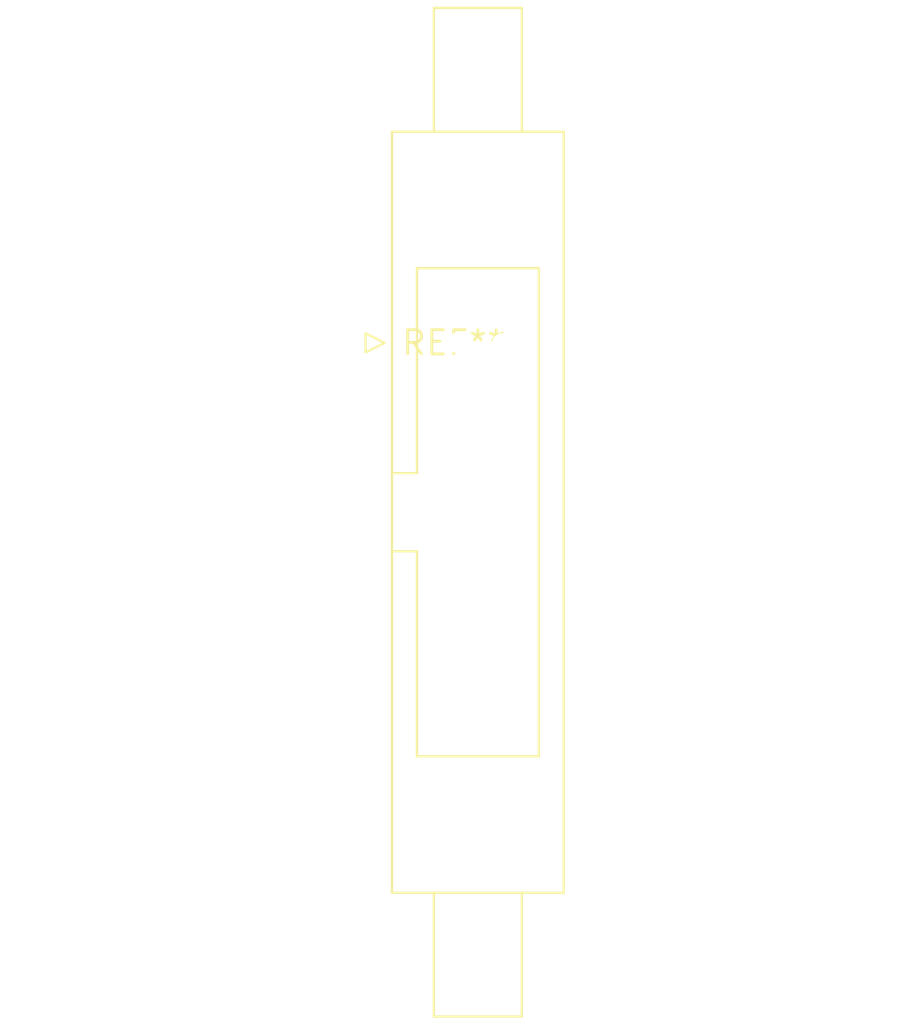
<source format=kicad_pcb>
(kicad_pcb (version 20240108) (generator pcbnew)
  (layers (0 "F.Cu" signal) (31 "B.Cu" signal) (34 "B.Paste" user) (35 "F.Paste" user) (36 "B.SilkS" user "B.Silkscreen") (37 "F.SilkS" user "F.Silkscreen") (38 "B.Mask" user) (39 "F.Mask" user) (44 "Edge.Cuts" user))
  (net 0 "")
  (footprint "IDC-Header_2x08_P2.54mm_Latch6.5mm_Vertical" (layer "F.Cu") (at 0 0)
    (property "Reference" "REF**")
    (property "Value" "IDC-Header_2x08_P2.54mm_Latch6.5mm_Vertical")
    (fp_line (start -4.63 -0.5) (end -4.63 0.5) (layer "F.SilkS") (stroke (width 0.12)))
    (fp_line (start -4.63 0.5) (end -3.63 0) (layer "F.SilkS") (stroke (width 0.12)))
    (fp_line (start -3.63 0) (end -4.63 -0.5) (layer "F.SilkS") (stroke (width 0.12)))
    (fp_line (start -3.24 -11.08) (end 5.78 -11.08) (layer "F.SilkS") (stroke (width 0.12)))
    (fp_line (start -3.24 6.84) (end -1.93 6.84) (layer "F.SilkS") (stroke (width 0.12)))
    (fp_line (start -3.24 28.86) (end -3.24 -11.08) (layer "F.SilkS") (stroke (width 0.12)))
    (fp_line (start -1.93 -3.92) (end 4.47 -3.92) (layer "F.SilkS") (stroke (width 0.12)))
    (fp_line (start -1.93 6.84) (end -1.93 -3.92) (layer "F.SilkS") (stroke (width 0.12)))
    (fp_line (start -1.93 10.94) (end -3.24 10.94) (layer "F.SilkS") (stroke (width 0.12)))
    (fp_line (start -1.93 10.94) (end -1.93 10.94) (layer "F.SilkS") (stroke (width 0.12)))
    (fp_line (start -1.93 21.7) (end -1.93 10.94) (layer "F.SilkS") (stroke (width 0.12)))
    (fp_line (start -1.04 -17.58) (end 3.58 -17.58) (layer "F.SilkS") (stroke (width 0.12)))
    (fp_line (start -1.04 -11.08) (end -1.04 -17.58) (layer "F.SilkS") (stroke (width 0.12)))
    (fp_line (start -1.04 28.86) (end -1.04 35.36) (layer "F.SilkS") (stroke (width 0.12)))
    (fp_line (start -1.04 35.36) (end 3.58 35.36) (layer "F.SilkS") (stroke (width 0.12)))
    (fp_line (start 3.58 -17.58) (end 3.58 -11.08) (layer "F.SilkS") (stroke (width 0.12)))
    (fp_line (start 3.58 35.36) (end 3.58 28.86) (layer "F.SilkS") (stroke (width 0.12)))
    (fp_line (start 4.47 -3.92) (end 4.47 21.7) (layer "F.SilkS") (stroke (width 0.12)))
    (fp_line (start 4.47 21.7) (end -1.93 21.7) (layer "F.SilkS") (stroke (width 0.12)))
    (fp_line (start 5.78 -11.08) (end 5.78 28.86) (layer "F.SilkS") (stroke (width 0.12)))
    (fp_line (start 5.78 28.86) (end -3.24 28.86) (layer "F.SilkS") (stroke (width 0.12)))
    (pad "1" thru_hole roundrect (at 0 0) (size 1.7 1.7) (drill 1) (layers *.Cu *.Mask) (remove_unused_layers) (roundrect_rratio 0.147059))
    (pad "2" thru_hole circle (at 2.54 0) (size 1.7 1.7) (drill 1) (layers *.Cu *.Mask) (remove_unused_layers))
    (pad "3" thru_hole circle (at 0 2.54) (size 1.7 1.7) (drill 1) (layers *.Cu *.Mask) (remove_unused_layers))
    (pad "4" thru_hole circle (at 2.54 2.54) (size 1.7 1.7) (drill 1) (layers *.Cu *.Mask) (remove_unused_layers))
    (pad "5" thru_hole circle (at 0 5.08) (size 1.7 1.7) (drill 1) (layers *.Cu *.Mask) (remove_unused_layers))
    (pad "6" thru_hole circle (at 2.54 5.08) (size 1.7 1.7) (drill 1) (layers *.Cu *.Mask) (remove_unused_layers))
    (pad "7" thru_hole circle (at 0 7.62) (size 1.7 1.7) (drill 1) (layers *.Cu *.Mask) (remove_unused_layers))
    (pad "8" thru_hole circle (at 2.54 7.62) (size 1.7 1.7) (drill 1) (layers *.Cu *.Mask) (remove_unused_layers))
    (pad "9" thru_hole circle (at 0 10.16) (size 1.7 1.7) (drill 1) (layers *.Cu *.Mask) (remove_unused_layers))
    (pad "10" thru_hole circle (at 2.54 10.16) (size 1.7 1.7) (drill 1) (layers *.Cu *.Mask) (remove_unused_layers))
    (pad "11" thru_hole circle (at 0 12.7) (size 1.7 1.7) (drill 1) (layers *.Cu *.Mask) (remove_unused_layers))
    (pad "12" thru_hole circle (at 2.54 12.7) (size 1.7 1.7) (drill 1) (layers *.Cu *.Mask) (remove_unused_layers))
    (pad "13" thru_hole circle (at 0 15.24) (size 1.7 1.7) (drill 1) (layers *.Cu *.Mask) (remove_unused_layers))
    (pad "14" thru_hole circle (at 2.54 15.24) (size 1.7 1.7) (drill 1) (layers *.Cu *.Mask) (remove_unused_layers))
    (pad "15" thru_hole circle (at 0 17.78) (size 1.7 1.7) (drill 1) (layers *.Cu *.Mask) (remove_unused_layers))
    (pad "16" thru_hole circle (at 2.54 17.78) (size 1.7 1.7) (drill 1) (layers *.Cu *.Mask) (remove_unused_layers))
  )
)
</source>
